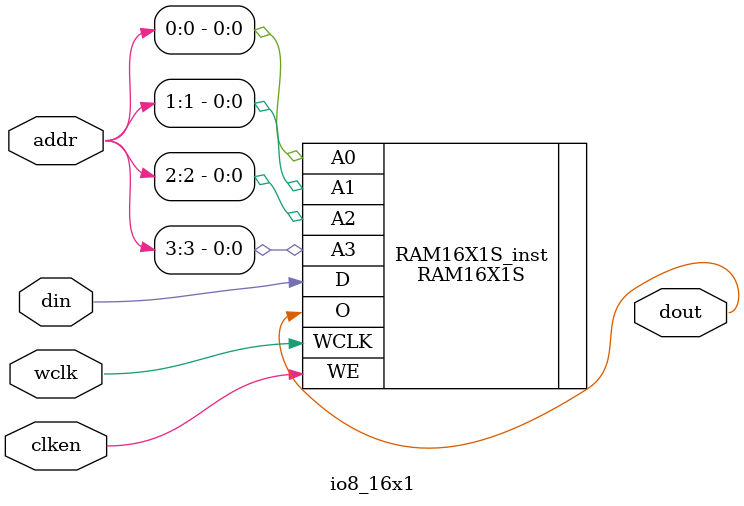
<source format=v>

module io8(clk,rdwr,strobe,our_addr,addr,busy_in,busy_out,
       addr_match_in,addr_match_out,datin,datout,
       u10clk, pin2, pin4, pin6, pin8);

    input  clk;              // system clock
    input  rdwr;             // direction of this transfer. Read=1; Write=0
    input  strobe;           // true on full valid command
    input  [3:0] our_addr;   // high byte of our assigned address
    input  [11:0] addr;      // address of target peripheral
    input  busy_in;          // ==1 if a previous peripheral is busy
    output busy_out;         // ==our busy state if our address, pass through otherwise
    input  addr_match_in;    // ==1 if a previous peripheral claims the address
    output addr_match_out;   // ==1 if we claim the above address, pass through otherwise
    input  [7:0] datin ;     // Data INto the peripheral;
    output [7:0] datout ;    // Data OUTput from the peripheral, = datin if not us.
    input  u10clk;           // 10 microsecond clock pulse
    output pin2;             // Pin2 to the io8 card.  Clock control and data.
    output pin4;             // Pin4 to the io8 card.  Clock control.
    output pin6;             // Pin6 to the io8 card.  Clock control.
    input  pin8;             // Serial data from the io8

    // State variables
    reg    [2:0] bst;        // Bit number for current card access
    reg    [3:0] gst;        // global state for xfer from card
    reg    dataready;        // set=1 to wait for an autosend to host
    reg    changepending;    // set=1 while finishing all 16 bits to then set dataready
    reg    sample;           // used to bring pin8 into our clock domain

    // Addressing and bus interface lines 
    wire   myaddr;           // ==1 if a correct read/write on our address
    wire   [2:0] rout;       // RAM output lines
    wire   [2:0] ramedge;    // Edge transition output info
    wire   [3:0] raddr;      // RAM address lines
    wire   [2:0] rin;        // RAM input lines
    wire   wen;              // RAM write enable
    io8_16x1   io8_in_bit(rout[2],raddr,rin[2],clk,wen);
    io8_16x1   io8_intr_bit(rout[1],raddr,rin[1],clk,wen);
    io8_16x1   io8_out_bit(rout[0],raddr,rin[0],clk,wen);


    initial
    begin
        gst = 0;
        bst = 0;
        dataready = 0;
        changepending = 0;
    end

    always @(posedge clk)
    begin

        // reading reg 7 clears the dataready flag
        if (strobe && rdwr && myaddr && (addr[2:0] == 7))
        begin
            dataready <= 0;
        end

        // else if host is not rd/wr our regs and we're not waiting for autosend
        else if ((u10clk == 1) && ~dataready)
        begin
            // was there a change at an input?
            // grab the input on 4, compare to old value on 5, write to RAM on 6
            if (gst == 4)
                sample <= pin8;
            if ((gst == 5) && rout[1] && (sample != rout[0]))
                changepending <= 1;

            if (gst < 8)
                gst <= gst + 4'h1;
            else
            begin
                bst <= bst + 3'h1;  // next bit
                gst <= (bst == 7) ? 3'h0 : 3'h4;
                if (bst == 7)   // Done with all bits?
                begin
                    if (changepending)
                    begin
                        dataready <= 1;
                        changepending <= 0;
                    end
                end
            end
        end
    end

    // Assign the outputs.
    assign pin2 = (gst == 2) || (gst == 3) ||                    // LD == 0
                   (((gst == 4) || (gst == 5)) && rout[2]) ||    // data out value
                   (gst == 6) || (gst == 7) || (gst == 8);       // LD == 1
    assign pin4 = (gst == 5);
    assign pin6 = (gst == 1) || (gst == 3) || (gst == 4) || (gst == 5) ||
                  (gst == 6) || (gst == 8);

           // assign RAM signals
    assign wen   = (strobe & myaddr & ~rdwr) ||  // latch data on a write
                   (~dataready && (gst == 6));
    assign raddr = (strobe & myaddr) ? {1'h0,addr[2:0]} : {1'h0,bst[2:0]} ;
    assign rin[2] = (strobe & myaddr & ~rdwr) ? datin[2] : rout[2];
    assign rin[1] = (strobe & myaddr & ~rdwr) ? datin[1] : rout[1];
    assign rin[0] = sample;

    assign myaddr = (addr[11:8] == our_addr) && (addr[7:3] == 0);
    assign datout = (~myaddr) ? datin :
                     (~strobe && myaddr && (dataready)) ? 8'h08 :  // send up 8 bytes when ready
                      (strobe) ? {5'h00,rout} : 
                       8'h00 ; 

    // Loop in-to-out where appropriate
    assign busy_out = busy_in;
    assign addr_match_out = myaddr | addr_match_in;

endmodule


module io8_16x1(dout,addr,din,wclk,clken);
    output dout;
    input  [3:0] addr;
    input  din;
    input  wclk;
    input  clken;

    // RAM16X1S_1: 16 x 1 positive edge write, asynchronous read single-port distributed RAM
    //             Spartan-3E
    // Xilinx HDL Libraries Guide, version 12.1

    RAM16X1S #(
    ) RAM16X1S_inst (
       .O(dout),        // 1-bit data output
       .A0(addr[0]),    // Address[0] input bit
       .A1(addr[1]),    // Address[1] input bit
       .A2(addr[2]),    // Address[2] input bit
       .A3(addr[3]),    // Address[3] input bit
       .D(din),         // 1-bit data input
       .WCLK(wclk),     // Write clock input
       .WE(clken)       // Write enable input
    );
endmodule




</source>
